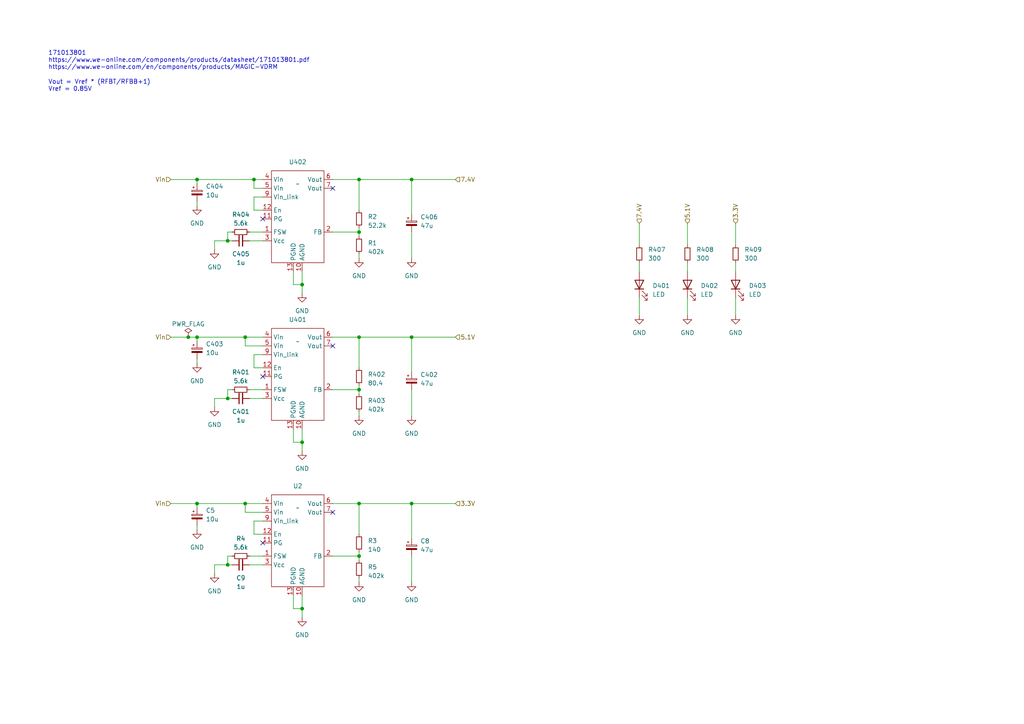
<source format=kicad_sch>
(kicad_sch (version 20230121) (generator eeschema)
  (paper "A4")
  (lib_symbols
    (symbol "171013801_1"
      (property "Reference" "U402" (at 0 16.51 0))
      (property "Value" "~" (at 0 10.16 0))
      (symbol "171013801_1_0_1"
        (rectangle (start -7.62 13.97) (end 7.62 -12.7))
      )
      (symbol "171013801_1_1_1"
        (pin input line (at -10.16 -3.81 0) (length 2.54) (name "FSW") (number "1"))
        (pin power_in line (at 1.27 -15.24 90) (length 2.54) (name "AGND") (number "10"))
        (pin input line (at -10.16 0 0) (length 2.54) (name "PG") (number "11"))
        (pin input line (at -10.16 2.54 0) (length 2.54) (name "En") (number "12"))
        (pin power_in line (at -1.27 -15.24 90) (length 2.54) (name "PGND") (number "13"))
        (pin input line (at 10.16 -3.81 180) (length 2.54) (name "FB") (number "2"))
        (pin power_out line (at -10.16 -6.35 0) (length 2.54) (name "Vcc") (number "3"))
        (pin power_in line (at -10.16 11.43 0) (length 2.54) (name "Vin") (number "4"))
        (pin power_in line (at -10.16 8.89 0) (length 2.54) (name "Vin") (number "5"))
        (pin power_out line (at 10.16 11.43 180) (length 2.54) (name "Vout") (number "6"))
        (pin power_out line (at 10.16 8.89 180) (length 2.54) (name "Vout") (number "7"))
        (pin output line (at -10.16 6.35 0) (length 2.54) (name "Vin_link") (number "9"))
      )
    )
    (symbol "Device:C_Polarized_Small" (pin_numbers hide) (pin_names (offset 0.254) hide)
      (property "Reference" "C" (at 0.254 1.778 0))
      (property "Value" "C_Polarized_Small" (at 0.254 -2.032 0))
      (symbol "C_Polarized_Small_0_1"
        (rectangle (start -1.524 -0.3048) (end 1.524 -0.6858) (fill (type outline)))
        (rectangle (start -1.524 0.6858) (end 1.524 0.3048))
        (polyline (pts (xy -1.27 1.524) (xy -0.762 1.524)))
        (polyline (pts (xy -1.016 1.27) (xy -1.016 1.778)))
      )
      (symbol "C_Polarized_Small_1_1"
        (pin passive line (at 0 2.54 270) (length 1.8542) (name "~") (number "1"))
        (pin passive line (at 0 -2.54 90) (length 1.8542) (name "~") (number "2"))
      )
    )
    (symbol "Device:C_Small" (pin_numbers hide) (pin_names (offset 0.254) hide)
      (property "Reference" "C" (at 0.254 1.778 0))
      (property "Value" "C_Small" (at 0.254 -2.032 0))
      (symbol "C_Small_0_1"
        (polyline (pts (xy -1.524 -0.508) (xy 1.524 -0.508)) (stroke (width 0.3302)))
        (polyline (pts (xy -1.524 0.508) (xy 1.524 0.508)) (stroke (width 0.3048)))
      )
      (symbol "C_Small_1_1"
        (pin passive line (at 0 2.54 270) (length 2.032) (name "~") (number "1"))
        (pin passive line (at 0 -2.54 90) (length 2.032) (name "~") (number "2"))
      )
    )
    (symbol "Device:LED" (pin_numbers hide) (pin_names (offset 1.016) hide)
      (property "Reference" "D" (at 0 2.54 0))
      (property "Value" "LED" (at 0 -2.54 0))
      (symbol "LED_0_1"
        (polyline (pts (xy -1.27 -1.27) (xy -1.27 1.27)) (stroke (width 0.254)))
        (polyline (pts (xy -1.27 0) (xy 1.27 0)))
        (polyline (pts (xy 1.27 -1.27) (xy 1.27 1.27) (xy -1.27 0) (xy 1.27 -1.27)) (stroke (width 0.254)))
        (polyline (pts (xy -3.048 -0.762) (xy -4.572 -2.286) (xy -3.81 -2.286) (xy -4.572 -2.286) (xy -4.572 -1.524)))
        (polyline (pts (xy -1.778 -0.762) (xy -3.302 -2.286) (xy -2.54 -2.286) (xy -3.302 -2.286) (xy -3.302 -1.524)))
      )
      (symbol "LED_1_1"
        (pin passive line (at -3.81 0 0) (length 2.54) (name "K") (number "1"))
        (pin passive line (at 3.81 0 180) (length 2.54) (name "A") (number "2"))
      )
    )
    (symbol "Device:R_Small" (pin_numbers hide) (pin_names (offset 0.254) hide)
      (property "Reference" "R" (at 0.762 0.508 0))
      (property "Value" "R_Small" (at 0.762 -1.016 0))
      (symbol "R_Small_0_1"
        (rectangle (start -0.762 1.778) (end 0.762 -1.778) (stroke (width 0.2032)))
      )
      (symbol "R_Small_1_1"
        (pin passive line (at 0 2.54 270) (length 0.762) (name "~") (number "1"))
        (pin passive line (at 0 -2.54 90) (length 0.762) (name "~") (number "2"))
      )
    )
    (symbol "custom:171013801"
      (property "Reference" "U401" (at 0 16.51 0))
      (property "Value" "~" (at 0 10.16 0))
      (symbol "171013801_0_1"
        (rectangle (start -7.62 13.97) (end 7.62 -12.7))
      )
      (symbol "171013801_1_1"
        (pin input line (at -10.16 -3.81 0) (length 2.54) (name "FSW") (number "1"))
        (pin power_in line (at 1.27 -15.24 90) (length 2.54) (name "AGND") (number "10"))
        (pin input line (at -10.16 0 0) (length 2.54) (name "PG") (number "11"))
        (pin input line (at -10.16 2.54 0) (length 2.54) (name "En") (number "12"))
        (pin power_in line (at -1.27 -15.24 90) (length 2.54) (name "PGND") (number "13"))
        (pin input line (at 10.16 -3.81 180) (length 2.54) (name "FB") (number "2"))
        (pin power_out line (at -10.16 -6.35 0) (length 2.54) (name "Vcc") (number "3"))
        (pin power_in line (at -10.16 11.43 0) (length 2.54) (name "Vin") (number "4"))
        (pin power_in line (at -10.16 8.89 0) (length 2.54) (name "Vin") (number "5"))
        (pin power_out line (at 10.16 11.43 180) (length 2.54) (name "Vout") (number "6"))
        (pin power_out line (at 10.16 8.89 180) (length 2.54) (name "Vout") (number "7"))
        (pin output line (at -10.16 6.35 0) (length 2.54) (name "Vin_link") (number "9"))
      )
    )
    (symbol "power:GND" (power) (pin_names (offset 0))
      (property "Value" "GND" (at 0 -3.81 0))
      (symbol "GND_0_1"
        (polyline (pts (xy 0 0) (xy 0 -1.27) (xy 1.27 -1.27) (xy 0 -2.54) (xy -1.27 -1.27) (xy 0 -1.27)))
      )
      (symbol "GND_1_1"
        (pin power_in line (at 0 0 270) (length 0) hide (name "GND") (number "1"))
      )
    )
    (symbol "power:PWR_FLAG" (power) (pin_numbers hide) (pin_names (offset 0) hide)
      (property "Value" "PWR_FLAG" (at 0 3.81 0))
      (symbol "PWR_FLAG_0_0"
        (pin power_out line (at 0 0 90) (length 0) (name "pwr") (number "1"))
      )
      (symbol "PWR_FLAG_0_1"
        (polyline (pts (xy 0 0) (xy 0 1.27) (xy -1.016 1.905) (xy 0 2.54) (xy 1.016 1.905) (xy 0 1.27)))
      )
    )
  )
  (junction (at 104.14 67.31))
  (junction (at 71.12 146.05))
  (junction (at 57.15 97.79))
  (junction (at 71.12 97.79))
  (junction (at 57.15 52.07))
  (junction (at 87.63 82.55))
  (junction (at 119.38 146.05))
  (junction (at 119.38 97.79))
  (junction (at 66.04 69.85))
  (junction (at 57.15 146.05))
  (junction (at 104.14 146.05))
  (junction (at 54.61 97.79))
  (junction (at 104.14 113.03))
  (junction (at 66.04 115.57))
  (junction (at 104.14 161.29))
  (junction (at 73.66 52.07))
  (junction (at 104.14 97.79))
  (junction (at 87.63 176.53))
  (junction (at 66.04 163.83))
  (junction (at 87.63 128.27))
  (junction (at 104.14 52.07))
  (junction (at 119.38 52.07))
  (no_connect (at 96.52 148.59))
  (no_connect (at 96.52 100.33))
  (no_connect (at 76.2 157.48))
  (no_connect (at 76.2 63.5))
  (no_connect (at 96.52 54.61))
  (no_connect (at 76.2 109.22))
  (wire (pts (xy 185.42 76.2) (xy 185.42 78.74)))
  (wire (pts (xy 85.09 176.53) (xy 87.63 176.53)))
  (wire (pts (xy 73.66 154.94) (xy 76.2 154.94)))
  (wire (pts (xy 73.66 102.87) (xy 73.66 106.68)))
  (wire (pts (xy 199.39 86.36) (xy 199.39 91.44)))
  (wire (pts (xy 119.38 52.07) (xy 132.08 52.07)))
  (wire (pts (xy 104.14 67.31) (xy 104.14 68.58)))
  (wire (pts (xy 104.14 119.38) (xy 104.14 120.65)))
  (wire (pts (xy 71.12 148.59) (xy 71.12 146.05)))
  (wire (pts (xy 67.31 69.85) (xy 66.04 69.85)))
  (wire (pts (xy 213.36 76.2) (xy 213.36 78.74)))
  (wire (pts (xy 76.2 54.61) (xy 73.66 54.61)))
  (wire (pts (xy 66.04 115.57) (xy 66.04 113.03)))
  (wire (pts (xy 57.15 146.05) (xy 57.15 147.32)))
  (wire (pts (xy 49.53 52.07) (xy 57.15 52.07)))
  (wire (pts (xy 119.38 146.05) (xy 119.38 156.21)))
  (wire (pts (xy 73.66 52.07) (xy 76.2 52.07)))
  (wire (pts (xy 119.38 161.29) (xy 119.38 168.91)))
  (wire (pts (xy 185.42 64.77) (xy 185.42 71.12)))
  (wire (pts (xy 57.15 146.05) (xy 71.12 146.05)))
  (wire (pts (xy 62.23 166.37) (xy 62.23 163.83)))
  (wire (pts (xy 72.39 163.83) (xy 76.2 163.83)))
  (wire (pts (xy 96.52 161.29) (xy 104.14 161.29)))
  (wire (pts (xy 119.38 97.79) (xy 132.08 97.79)))
  (wire (pts (xy 213.36 86.36) (xy 213.36 91.44)))
  (wire (pts (xy 96.52 113.03) (xy 104.14 113.03)))
  (wire (pts (xy 57.15 97.79) (xy 71.12 97.79)))
  (wire (pts (xy 104.14 146.05) (xy 119.38 146.05)))
  (wire (pts (xy 199.39 76.2) (xy 199.39 78.74)))
  (wire (pts (xy 85.09 172.72) (xy 85.09 176.53)))
  (wire (pts (xy 71.12 97.79) (xy 76.2 97.79)))
  (wire (pts (xy 87.63 176.53) (xy 87.63 172.72)))
  (wire (pts (xy 104.14 161.29) (xy 104.14 162.56)))
  (wire (pts (xy 104.14 97.79) (xy 119.38 97.79)))
  (wire (pts (xy 85.09 78.74) (xy 85.09 82.55)))
  (wire (pts (xy 104.14 146.05) (xy 104.14 154.94)))
  (wire (pts (xy 57.15 97.79) (xy 57.15 99.06)))
  (wire (pts (xy 71.12 100.33) (xy 71.12 97.79)))
  (wire (pts (xy 57.15 152.4) (xy 57.15 153.67)))
  (wire (pts (xy 104.14 111.76) (xy 104.14 113.03)))
  (wire (pts (xy 72.39 113.03) (xy 76.2 113.03)))
  (wire (pts (xy 87.63 128.27) (xy 87.63 124.46)))
  (wire (pts (xy 87.63 179.07) (xy 87.63 176.53)))
  (wire (pts (xy 104.14 73.66) (xy 104.14 74.93)))
  (wire (pts (xy 66.04 113.03) (xy 67.31 113.03)))
  (wire (pts (xy 66.04 67.31) (xy 67.31 67.31)))
  (wire (pts (xy 96.52 67.31) (xy 104.14 67.31)))
  (wire (pts (xy 119.38 97.79) (xy 119.38 107.95)))
  (wire (pts (xy 57.15 52.07) (xy 73.66 52.07)))
  (wire (pts (xy 96.52 52.07) (xy 104.14 52.07)))
  (wire (pts (xy 73.66 54.61) (xy 73.66 52.07)))
  (wire (pts (xy 104.14 113.03) (xy 104.14 114.3)))
  (wire (pts (xy 62.23 163.83) (xy 66.04 163.83)))
  (wire (pts (xy 104.14 52.07) (xy 104.14 60.96)))
  (wire (pts (xy 76.2 151.13) (xy 73.66 151.13)))
  (wire (pts (xy 76.2 57.15) (xy 73.66 57.15)))
  (wire (pts (xy 57.15 58.42) (xy 57.15 59.69)))
  (wire (pts (xy 96.52 146.05) (xy 104.14 146.05)))
  (wire (pts (xy 85.09 82.55) (xy 87.63 82.55)))
  (wire (pts (xy 62.23 72.39) (xy 62.23 69.85)))
  (wire (pts (xy 104.14 167.64) (xy 104.14 168.91)))
  (wire (pts (xy 66.04 69.85) (xy 66.04 67.31)))
  (wire (pts (xy 104.14 52.07) (xy 119.38 52.07)))
  (wire (pts (xy 185.42 86.36) (xy 185.42 91.44)))
  (wire (pts (xy 73.66 151.13) (xy 73.66 154.94)))
  (wire (pts (xy 199.39 64.77) (xy 199.39 71.12)))
  (wire (pts (xy 87.63 82.55) (xy 87.63 78.74)))
  (wire (pts (xy 72.39 69.85) (xy 76.2 69.85)))
  (wire (pts (xy 76.2 148.59) (xy 71.12 148.59)))
  (wire (pts (xy 57.15 104.14) (xy 57.15 105.41)))
  (wire (pts (xy 85.09 128.27) (xy 87.63 128.27)))
  (wire (pts (xy 73.66 106.68) (xy 76.2 106.68)))
  (wire (pts (xy 104.14 97.79) (xy 104.14 106.68)))
  (wire (pts (xy 66.04 163.83) (xy 66.04 161.29)))
  (wire (pts (xy 72.39 67.31) (xy 76.2 67.31)))
  (wire (pts (xy 66.04 161.29) (xy 67.31 161.29)))
  (wire (pts (xy 87.63 130.81) (xy 87.63 128.27)))
  (wire (pts (xy 62.23 69.85) (xy 66.04 69.85)))
  (wire (pts (xy 87.63 85.09) (xy 87.63 82.55)))
  (wire (pts (xy 62.23 115.57) (xy 66.04 115.57)))
  (wire (pts (xy 57.15 52.07) (xy 57.15 53.34)))
  (wire (pts (xy 71.12 146.05) (xy 76.2 146.05)))
  (wire (pts (xy 104.14 66.04) (xy 104.14 67.31)))
  (wire (pts (xy 67.31 115.57) (xy 66.04 115.57)))
  (wire (pts (xy 72.39 161.29) (xy 76.2 161.29)))
  (wire (pts (xy 119.38 113.03) (xy 119.38 120.65)))
  (wire (pts (xy 62.23 118.11) (xy 62.23 115.57)))
  (wire (pts (xy 73.66 60.96) (xy 76.2 60.96)))
  (wire (pts (xy 54.61 97.79) (xy 57.15 97.79)))
  (wire (pts (xy 49.53 97.79) (xy 54.61 97.79)))
  (wire (pts (xy 104.14 160.02) (xy 104.14 161.29)))
  (wire (pts (xy 72.39 115.57) (xy 76.2 115.57)))
  (wire (pts (xy 73.66 57.15) (xy 73.66 60.96)))
  (wire (pts (xy 119.38 52.07) (xy 119.38 62.23)))
  (wire (pts (xy 119.38 67.31) (xy 119.38 74.93)))
  (wire (pts (xy 213.36 64.77) (xy 213.36 71.12)))
  (wire (pts (xy 85.09 124.46) (xy 85.09 128.27)))
  (wire (pts (xy 119.38 146.05) (xy 132.08 146.05)))
  (wire (pts (xy 76.2 102.87) (xy 73.66 102.87)))
  (wire (pts (xy 96.52 97.79) (xy 104.14 97.79)))
  (wire (pts (xy 49.53 146.05) (xy 57.15 146.05)))
  (wire (pts (xy 76.2 100.33) (xy 71.12 100.33)))
  (wire (pts (xy 67.31 163.83) (xy 66.04 163.83)))
  (text "Vout = Vref * (RFBT/RFBB+1)\nVref = 0.85V" (at 13.97 26.67 0) (effects (font (size 1.27 1.27)) (justify left bottom)))
  (text "171013801\nhttps://www.we-online.com/components/products/datasheet/171013801.pdf\nhttps://www.we-online.com/en/components/products/MAGIC-VDRM" (at 13.97 20.32 0) (effects (font (size 1.27 1.27)) (justify left bottom)))
  (hierarchical_label "7.4V" (shape input) (at 185.42 64.77 90))
  (hierarchical_label "5.1V" (shape input) (at 132.08 97.79 0))
  (hierarchical_label "3.3V" (shape input) (at 213.36 64.77 90))
  (hierarchical_label "Vin" (shape input) (at 49.53 146.05 180))
  (hierarchical_label "7.4V" (shape input) (at 132.08 52.07 0))
  (hierarchical_label "Vin" (shape input) (at 49.53 52.07 180))
  (hierarchical_label "5.1V" (shape input) (at 199.39 64.77 90))
  (hierarchical_label "Vin" (shape input) (at 49.53 97.79 180))
  (hierarchical_label "3.3V" (shape input) (at 132.08 146.05 0))
  (symbol (lib_id "power:GND") (at 104.14 74.93 0) (unit 1)
    (property "Reference" "#PWR0409" (effects hide))
    (property "Value" "GND" (at 104.14 80.01 0))
  )
  (symbol (lib_id "power:GND") (at 57.15 153.67 0) (unit 1)
    (property "Reference" "#PWR044" (effects hide))
    (property "Value" "GND" (at 57.15 158.75 0))
  )
  (symbol (lib_id "power:GND") (at 104.14 120.65 0) (unit 1)
    (property "Reference" "#PWR0403" (effects hide))
    (property "Value" "GND" (at 104.14 125.73 0))
  )
  (symbol (lib_id "Device:R_Small") (at 69.85 113.03 90) (unit 1)
    (property "Reference" "R401" (at 69.85 107.95 90))
    (property "Value" "5.6k" (at 69.85 110.49 90))
    (property "Footprint" "Resistor_SMD:R_0603_1608Metric_Pad0.98x0.95mm_HandSolder" (effects hide))
  )
  (symbol (lib_id "Device:C_Small") (at 69.85 163.83 90) (unit 1)
    (property "Reference" "C9" (at 69.85 167.64 90))
    (property "Value" "1u" (at 69.85 170.18 90))
    (property "Footprint" "Capacitor_SMD:C_0603_1608Metric_Pad1.08x0.95mm_HandSolder" (effects hide))
  )
  (symbol (lib_id "power:GND") (at 87.63 179.07 0) (unit 1)
    (property "Reference" "#PWR048" (effects hide))
    (property "Value" "GND" (at 87.63 184.15 0))
  )
  (symbol (lib_id "power:GND") (at 62.23 72.39 0) (unit 1)
    (property "Reference" "#PWR0407" (effects hide))
    (property "Value" "GND" (at 62.23 77.47 0))
  )
  (symbol (lib_id "Device:R_Small") (at 104.14 116.84 0) (unit 1)
    (property "Reference" "R403" (at 106.68 116.205 0) (effects (justify left)))
    (property "Value" "402k" (at 106.68 118.745 0) (effects (justify left)))
    (property "Footprint" "Resistor_SMD:R_0603_1608Metric_Pad0.98x0.95mm_HandSolder" (effects hide))
  )
  (symbol (lib_id "power:PWR_FLAG") (at 54.61 97.79 0) (unit 1)
    (property "Reference" "#FLG03" (effects hide))
    (property "Value" "PWR_FLAG" (at 54.61 93.98 0))
  )
  (symbol (lib_id "Device:LED") (at 199.39 82.55 90) (unit 1)
    (property "Reference" "D402" (at 203.2 82.8675 90) (effects (justify right)))
    (property "Value" "LED" (at 203.2 85.4075 90) (effects (justify right)))
    (property "Footprint" "LED_THT:LED_D5.0mm_Clear" (effects hide))
  )
  (symbol (lib_id "Device:C_Small") (at 69.85 69.85 90) (unit 1)
    (property "Reference" "C405" (at 69.85 73.66 90))
    (property "Value" "1u" (at 69.85 76.2 90))
    (property "Footprint" "Capacitor_SMD:C_0603_1608Metric_Pad1.08x0.95mm_HandSolder" (effects hide))
  )
  (symbol (lib_id "Device:LED") (at 185.42 82.55 90) (unit 1)
    (property "Reference" "D401" (at 189.23 82.8675 90) (effects (justify right)))
    (property "Value" "LED" (at 189.23 85.4075 90) (effects (justify right)))
    (property "Footprint" "LED_THT:LED_D5.0mm_Clear" (effects hide))
  )
  (symbol (lib_id "Device:R_Small") (at 213.36 73.66 0) (unit 1)
    (property "Reference" "R409" (at 215.9 72.39 0) (effects (justify left)))
    (property "Value" "300" (at 215.9 74.93 0) (effects (justify left)))
    (property "Footprint" "Resistor_SMD:R_0603_1608Metric_Pad0.98x0.95mm_HandSolder" (effects hide))
  )
  (symbol (lib_id "Device:C_Polarized_Small") (at 119.38 158.75 0) (unit 1)
    (property "Reference" "C8" (at 121.92 156.9339 0) (effects (justify left)))
    (property "Value" "47u" (at 121.92 159.4739 0) (effects (justify left)))
    (property "Footprint" "Capacitor_SMD:CP_Elec_6.3x5.4" (effects hide))
    (property "Datasheet" "https://www.we-online.com/components/products/datasheet/865060543005.pdf" (effects hide))
    (property "MPN" "865060543005" (effects hide))
  )
  (symbol (lib_id "Device:C_Polarized_Small") (at 119.38 110.49 0) (unit 1)
    (property "Reference" "C402" (at 121.92 108.6739 0) (effects (justify left)))
    (property "Value" "47u" (at 121.92 111.2139 0) (effects (justify left)))
    (property "Footprint" "Capacitor_SMD:CP_Elec_6.3x5.4" (effects hide))
    (property "Datasheet" "https://www.we-online.com/components/products/datasheet/865060543005.pdf" (effects hide))
    (property "MPN" "865060543005" (effects hide))
  )
  (symbol (lib_id "Device:R_Small") (at 69.85 67.31 90) (unit 1)
    (property "Reference" "R404" (at 69.85 62.23 90))
    (property "Value" "5.6k" (at 69.85 64.77 90))
    (property "Footprint" "Resistor_SMD:R_0603_1608Metric_Pad0.98x0.95mm_HandSolder" (effects hide))
  )
  (symbol (lib_id "power:GND") (at 87.63 85.09 0) (unit 1)
    (property "Reference" "#PWR031" (effects hide))
    (property "Value" "GND" (at 87.63 90.17 0))
  )
  (symbol (lib_id "power:GND") (at 57.15 59.69 0) (unit 1)
    (property "Reference" "#PWR0406" (effects hide))
    (property "Value" "GND" (at 57.15 64.77 0))
  )
  (symbol (lib_id "power:GND") (at 199.39 91.44 0) (unit 1)
    (property "Reference" "#PWR0413" (effects hide))
    (property "Value" "GND" (at 199.39 96.52 0))
  )
  (symbol (lib_id "Device:R_Small") (at 199.39 73.66 0) (unit 1)
    (property "Reference" "R408" (at 201.93 72.39 0) (effects (justify left)))
    (property "Value" "300" (at 201.93 74.93 0) (effects (justify left)))
    (property "Footprint" "Resistor_SMD:R_0603_1608Metric_Pad0.98x0.95mm_HandSolder" (effects hide))
  )
  (symbol (lib_id "Device:R_Small") (at 104.14 109.22 0) (unit 1)
    (property "Reference" "R402" (at 106.68 108.585 0) (effects (justify left)))
    (property "Value" "80.4" (at 106.68 111.125 0) (effects (justify left)))
    (property "Footprint" "Resistor_SMD:R_0603_1608Metric_Pad0.98x0.95mm_HandSolder" (effects hide))
  )
  (symbol (lib_id "power:GND") (at 62.23 166.37 0) (unit 1)
    (property "Reference" "#PWR045" (effects hide))
    (property "Value" "GND" (at 62.23 171.45 0))
  )
  (symbol (lib_id "power:GND") (at 104.14 168.91 0) (unit 1)
    (property "Reference" "#PWR046" (effects hide))
    (property "Value" "GND" (at 104.14 173.99 0))
  )
  (symbol (lib_id "Device:LED") (at 213.36 82.55 90) (unit 1)
    (property "Reference" "D403" (at 217.17 82.8675 90) (effects (justify right)))
    (property "Value" "LED" (at 217.17 85.4075 90) (effects (justify right)))
    (property "Footprint" "LED_THT:LED_D5.0mm_Clear" (effects hide))
  )
  (symbol (lib_name "171013801_1") (lib_id "custom:171013801") (at 86.36 63.5 0) (unit 1)
    (property "Reference" "U402" (at 86.36 46.99 0))
    (property "Value" "~" (at 86.36 53.34 0))
    (property "Footprint" "Custom:Regulator" (effects hide))
    (property "Datasheet" "https://www.we-online.com/components/products/datasheet/171013801.pdf" (effects hide))
    (property "MPN" "171013801" (effects hide))
  )
  (symbol (lib_id "power:GND") (at 87.63 130.81 0) (unit 1)
    (property "Reference" "#PWR030" (effects hide))
    (property "Value" "GND" (at 87.63 135.89 0))
  )
  (symbol (lib_id "power:GND") (at 213.36 91.44 0) (unit 1)
    (property "Reference" "#PWR0414" (effects hide))
    (property "Value" "GND" (at 213.36 96.52 0))
  )
  (symbol (lib_id "custom:171013801") (at 86.36 109.22 0) (unit 1)
    (property "Reference" "U401" (at 86.36 92.71 0))
    (property "Value" "~" (at 86.36 99.06 0))
    (property "Footprint" "Custom:Regulator" (effects hide))
    (property "Datasheet" "https://www.we-online.com/components/products/datasheet/171013801.pdf" (effects hide))
    (property "MPN" "171013801" (effects hide))
  )
  (symbol (lib_id "Device:R_Small") (at 185.42 73.66 0) (unit 1)
    (property "Reference" "R407" (at 187.96 72.39 0) (effects (justify left)))
    (property "Value" "300" (at 187.96 74.93 0) (effects (justify left)))
    (property "Footprint" "Resistor_SMD:R_0603_1608Metric_Pad0.98x0.95mm_HandSolder" (effects hide))
  )
  (symbol (lib_id "Device:R_Small") (at 104.14 63.5 0) (unit 1)
    (property "Reference" "R2" (at 106.68 62.865 0) (effects (justify left)))
    (property "Value" "52.2k" (at 106.68 65.405 0) (effects (justify left)))
    (property "Footprint" "Resistor_SMD:R_0603_1608Metric_Pad0.98x0.95mm_HandSolder" (effects hide))
  )
  (symbol (lib_id "Device:C_Polarized_Small") (at 57.15 101.6 0) (unit 1)
    (property "Reference" "C403" (at 59.69 99.7839 0) (effects (justify left)))
    (property "Value" "10u" (at 59.69 102.3239 0) (effects (justify left)))
    (property "Footprint" "Capacitor_SMD:CP_Elec_5x5.4" (effects hide))
    (property "Datasheet" "https://www.we-online.com/components/products/datasheet/865060542002.pdf" (effects hide))
    (property "MPN" "865060542002" (effects hide))
  )
  (symbol (lib_id "power:GND") (at 62.23 118.11 0) (unit 1)
    (property "Reference" "#PWR0402" (effects hide))
    (property "Value" "GND" (at 62.23 123.19 0))
  )
  (symbol (lib_id "Device:C_Polarized_Small") (at 57.15 55.88 0) (unit 1)
    (property "Reference" "C404" (at 59.69 54.0639 0) (effects (justify left)))
    (property "Value" "10u" (at 59.69 56.6039 0) (effects (justify left)))
    (property "Footprint" "Capacitor_SMD:CP_Elec_5x5.4" (effects hide))
    (property "Datasheet" "https://www.we-online.com/components/products/datasheet/865060542002.pdf" (effects hide))
    (property "MPN" "865060542002" (effects hide))
  )
  (symbol (lib_id "Device:R_Small") (at 104.14 71.12 0) (unit 1)
    (property "Reference" "R1" (at 106.68 70.485 0) (effects (justify left)))
    (property "Value" "402k" (at 106.68 73.025 0) (effects (justify left)))
    (property "Footprint" "Resistor_SMD:R_0603_1608Metric_Pad0.98x0.95mm_HandSolder" (effects hide))
  )
  (symbol (lib_id "custom:171013801") (at 86.36 157.48 0) (unit 1)
    (property "Reference" "U2" (at 86.36 140.97 0))
    (property "Value" "~" (at 86.36 147.32 0))
    (property "Footprint" "Custom:Regulator" (effects hide))
    (property "Datasheet" "https://www.we-online.com/components/products/datasheet/171013801.pdf" (effects hide))
    (property "MPN" "171013801" (effects hide))
  )
  (symbol (lib_id "Device:C_Polarized_Small") (at 119.38 64.77 0) (unit 1)
    (property "Reference" "C406" (at 121.92 62.9539 0) (effects (justify left)))
    (property "Value" "47u" (at 121.92 65.4939 0) (effects (justify left)))
    (property "Footprint" "Capacitor_SMD:CP_Elec_6.3x5.4" (effects hide))
    (property "Datasheet" "https://www.we-online.com/components/products/datasheet/865060543005.pdf" (effects hide))
    (property "MPN" "865060543005" (effects hide))
  )
  (symbol (lib_id "Device:R_Small") (at 69.85 161.29 90) (unit 1)
    (property "Reference" "R4" (at 69.85 156.21 90))
    (property "Value" "5.6k" (at 69.85 158.75 90))
    (property "Footprint" "Resistor_SMD:R_0603_1608Metric_Pad0.98x0.95mm_HandSolder" (effects hide))
  )
  (symbol (lib_id "Device:C_Small") (at 69.85 115.57 90) (unit 1)
    (property "Reference" "C401" (at 69.85 119.38 90))
    (property "Value" "1u" (at 69.85 121.92 90))
    (property "Footprint" "Capacitor_SMD:C_0603_1608Metric_Pad1.08x0.95mm_HandSolder" (effects hide))
  )
  (symbol (lib_id "power:GND") (at 119.38 74.93 0) (unit 1)
    (property "Reference" "#PWR0410" (effects hide))
    (property "Value" "GND" (at 119.38 80.01 0))
  )
  (symbol (lib_id "power:GND") (at 185.42 91.44 0) (unit 1)
    (property "Reference" "#PWR0412" (effects hide))
    (property "Value" "GND" (at 185.42 96.52 0))
  )
  (symbol (lib_id "power:GND") (at 119.38 120.65 0) (unit 1)
    (property "Reference" "#PWR0404" (effects hide))
    (property "Value" "GND" (at 119.38 125.73 0))
  )
  (symbol (lib_id "power:GND") (at 57.15 105.41 0) (unit 1)
    (property "Reference" "#PWR0405" (effects hide))
    (property "Value" "GND" (at 57.15 110.49 0))
  )
  (symbol (lib_id "Device:C_Polarized_Small") (at 57.15 149.86 0) (unit 1)
    (property "Reference" "C5" (at 59.69 148.0439 0) (effects (justify left)))
    (property "Value" "10u" (at 59.69 150.5839 0) (effects (justify left)))
    (property "Footprint" "Capacitor_SMD:CP_Elec_5x5.4" (effects hide))
    (property "Datasheet" "https://www.we-online.com/components/products/datasheet/865060542002.pdf" (effects hide))
    (property "MPN" "865060542002" (effects hide))
  )
  (symbol (lib_id "Device:R_Small") (at 104.14 165.1 0) (unit 1)
    (property "Reference" "R5" (at 106.68 164.465 0) (effects (justify left)))
    (property "Value" "402k" (at 106.68 167.005 0) (effects (justify left)))
    (property "Footprint" "Resistor_SMD:R_0603_1608Metric_Pad0.98x0.95mm_HandSolder" (effects hide))
  )
  (symbol (lib_id "Device:R_Small") (at 104.14 157.48 0) (unit 1)
    (property "Reference" "R3" (at 106.68 156.845 0) (effects (justify left)))
    (property "Value" "140" (at 106.68 159.385 0) (effects (justify left)))
    (property "Footprint" "Resistor_SMD:R_0603_1608Metric_Pad0.98x0.95mm_HandSolder" (effects hide))
  )
  (symbol (lib_id "power:GND") (at 119.38 168.91 0) (unit 1)
    (property "Reference" "#PWR047" (effects hide))
    (property "Value" "GND" (at 119.38 173.99 0))
  )
)
</source>
